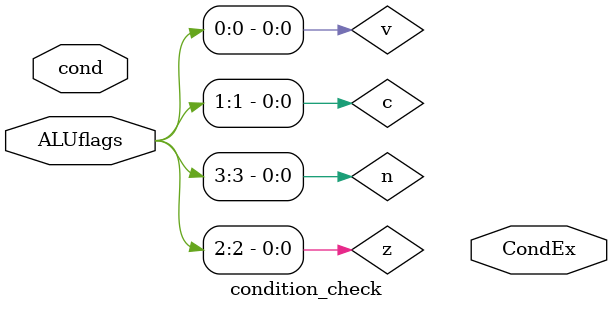
<source format=sv>
module condition_check(cond,ALUflags,CondEx);
  input [3:0]ALUflags,cond;
  output CondEx;
  wire z,n,c,v,condEX;
  assign v=ALUflags[0];
  assign c=ALUflags[1];
  assign z=ALUflags[2];
  assign n=ALUflags[3];

  always @* begin
  case(cond) 
  4'b0000:begin condEX=z; end
  4'b0001:begin condEX=~z; end
  4'b0010:begin condEX=c; end
  4'b0011:begin condEX=~c; end
  4'b0100:begin condEX=n; end
  4'b0101:begin condEX=~n; end
  4'b0110:begin condEX=v; end
  4'b0111:begin condEX=~v; end
  4'b1000:begin condEX=c&~z; end
  4'b1001:begin condEX=z|~c; end
  4'b1010:begin condEX=~(n^v); end
  4'b1011:begin condEX=n^v; end
  4'b1100:begin condEX=~z&~(n^v); end
  4'b1101:begin condEX=~z&|(n^v); end
  4'b1110:begin condEX=1'b1; end
  default:begin condEX=1'bx; end
  endcase
 
 end

	
	
endmodule
</source>
